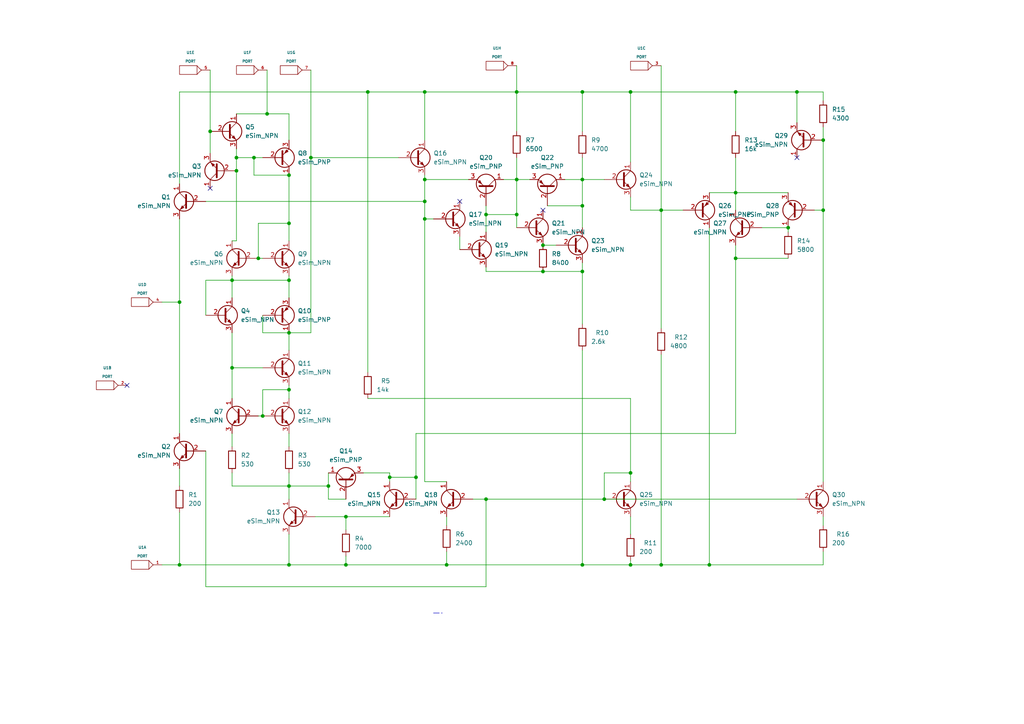
<source format=kicad_sch>
(kicad_sch (version 20211123) (generator eeschema)
  (paper "A4")
  (lib_symbols
    (symbol "eSim_Devices:eSim_NPN" (pin_names (offset 0) hide)
      (property "Reference" "Q" (at -2.54 1.27 0))
      (property "Value" "eSim_NPN" (at -1.27 3.81 0))
      (symbol "eSim_NPN_0_1"
        (polyline (pts (xy 0.635 0.635) (xy 2.54 2.54)))
        (polyline (pts (xy 0.635 -0.635) (xy 2.54 -2.54) (xy 2.54 -2.54)))
        (polyline (pts (xy 0.635 1.905) (xy 0.635 -1.905) (xy 0.635 -1.905)) (stroke (width 0.508)))
        (polyline (pts (xy 1.27 -1.778) (xy 1.778 -1.27) (xy 2.286 -2.286) (xy 1.27 -1.778) (xy 1.27 -1.778)) (fill (type outline)))
        (circle (center 1.27 0) (radius 2.8194) (stroke (width 0.254)))
      )
      (symbol "eSim_NPN_1_1"
        (pin passive line (at 2.54 5.08 270) (length 2.54) (name "C") (number "1"))
        (pin passive line (at -5.08 0 0) (length 5.715) (name "B") (number "2"))
        (pin passive line (at 2.54 -5.08 90) (length 2.54) (name "E") (number "3"))
      )
    )
    (symbol "eSim_Devices:eSim_PNP" (pin_names (offset 0) hide)
      (property "Reference" "Q" (at -2.54 1.27 0))
      (property "Value" "eSim_PNP" (at -1.27 3.81 0))
      (symbol "eSim_PNP_0_1"
        (polyline (pts (xy 0.635 0.635) (xy 2.54 2.54)))
        (polyline (pts (xy 0.635 -0.635) (xy 2.54 -2.54) (xy 2.54 -2.54)))
        (polyline (pts (xy 0.635 1.905) (xy 0.635 -1.905) (xy 0.635 -1.905)) (stroke (width 0.508)))
        (polyline (pts (xy 2.286 -1.778) (xy 1.778 -2.286) (xy 1.27 -1.27) (xy 2.286 -1.778) (xy 2.286 -1.778)) (fill (type outline)))
        (circle (center 1.27 0) (radius 2.8194) (stroke (width 0.254)))
      )
      (symbol "eSim_PNP_1_1"
        (pin passive line (at 2.54 5.08 270) (length 2.54) (name "C") (number "1"))
        (pin passive line (at -5.08 0 0) (length 5.715) (name "B") (number "2"))
        (pin passive line (at 2.54 -5.08 90) (length 2.54) (name "E") (number "3"))
      )
    )
    (symbol "eSim_Devices:resistor" (pin_numbers hide) (pin_names (offset 0))
      (property "Reference" "R" (at 1.27 3.302 0))
      (property "Value" "resistor" (at 1.27 -1.27 0))
      (symbol "resistor_0_1"
        (rectangle (start 3.81 0.254) (end -1.27 2.286) (stroke (width 0.254)))
      )
      (symbol "resistor_1_1"
        (pin passive line (at -2.54 1.27 0) (length 1.27) (name "~") (number "1"))
        (pin passive line (at 5.08 1.27 180) (length 1.27) (name "~") (number "2"))
      )
    )
    (symbol "eSim_Miscellaneous:PORT" (pin_names (offset 1.016))
      (property "Reference" "U" (at 1.27 2.54 0))
      (property "Value" "PORT" (at 0 0 0))
      (symbol "PORT_0_1"
        (rectangle (start -2.54 1.27) (end 2.54 -1.27))
        (arc (start 2.54 1.27) (mid 3.1355 0.5955) (end 3.81 0))
        (arc (start 3.81 0) (mid 3.1447 -0.6046) (end 2.54 -1.27))
      )
      (symbol "PORT_1_1"
        (pin bidirectional line (at 6.35 0 180) (length 2.54) (name "~") (number "1"))
      )
      (symbol "PORT_2_1"
        (pin bidirectional line (at 6.35 0 180) (length 2.54) (name "~") (number "2"))
      )
      (symbol "PORT_3_1"
        (pin bidirectional line (at 6.35 0 180) (length 2.54) (name "~") (number "3"))
      )
      (symbol "PORT_4_1"
        (pin bidirectional line (at 6.35 0 180) (length 2.54) (name "~") (number "4"))
      )
      (symbol "PORT_5_1"
        (pin bidirectional line (at 6.35 0 180) (length 2.54) (name "~") (number "5"))
      )
      (symbol "PORT_6_1"
        (pin bidirectional line (at 6.35 0 180) (length 2.54) (name "~") (number "6"))
      )
      (symbol "PORT_7_1"
        (pin bidirectional line (at 6.35 0 180) (length 2.54) (name "~") (number "7"))
      )
      (symbol "PORT_8_1"
        (pin bidirectional line (at 6.35 0 180) (length 2.54) (name "~") (number "8"))
      )
      (symbol "PORT_9_1"
        (pin bidirectional line (at 6.35 0 180) (length 2.54) (name "~") (number "9"))
      )
      (symbol "PORT_10_1"
        (pin bidirectional line (at 6.35 0 180) (length 2.54) (name "~") (number "10"))
      )
      (symbol "PORT_11_1"
        (pin bidirectional line (at 6.35 0 180) (length 2.54) (name "~") (number "11"))
      )
      (symbol "PORT_12_1"
        (pin bidirectional line (at 6.35 0 180) (length 2.54) (name "~") (number "12"))
      )
      (symbol "PORT_13_1"
        (pin bidirectional line (at 6.35 0 180) (length 2.54) (name "~") (number "13"))
      )
      (symbol "PORT_14_1"
        (pin bidirectional line (at 6.35 0 180) (length 2.54) (name "~") (number "14"))
      )
      (symbol "PORT_15_1"
        (pin bidirectional line (at 6.35 0 180) (length 2.54) (name "~") (number "15"))
      )
      (symbol "PORT_16_1"
        (pin bidirectional line (at 6.35 0 180) (length 2.54) (name "~") (number "16"))
      )
      (symbol "PORT_17_1"
        (pin bidirectional line (at 6.35 0 180) (length 2.54) (name "~") (number "17"))
      )
      (symbol "PORT_18_1"
        (pin bidirectional line (at 6.35 0 180) (length 2.54) (name "~") (number "18"))
      )
      (symbol "PORT_19_1"
        (pin bidirectional line (at 6.35 0 180) (length 2.54) (name "~") (number "19"))
      )
      (symbol "PORT_20_1"
        (pin bidirectional line (at 6.35 0 180) (length 2.54) (name "~") (number "20"))
      )
      (symbol "PORT_21_1"
        (pin bidirectional line (at 6.35 0 180) (length 2.54) (name "~") (number "21"))
      )
      (symbol "PORT_22_1"
        (pin bidirectional line (at 6.35 0 180) (length 2.54) (name "~") (number "22"))
      )
      (symbol "PORT_23_1"
        (pin bidirectional line (at 6.35 0 180) (length 2.54) (name "~") (number "23"))
      )
      (symbol "PORT_24_1"
        (pin bidirectional line (at 6.35 0 180) (length 2.54) (name "~") (number "24"))
      )
      (symbol "PORT_25_1"
        (pin bidirectional line (at 6.35 0 180) (length 2.54) (name "~") (number "25"))
      )
      (symbol "PORT_26_1"
        (pin bidirectional line (at 6.35 0 180) (length 2.54) (name "~") (number "26"))
      )
    )
  )
  (junction (at 123.19 58.42))
  (junction (at 191.77 60.96))
  (junction (at 77.47 33.02))
  (junction (at 106.68 26.67))
  (junction (at 90.17 45.72))
  (junction (at 149.86 52.07))
  (junction (at 123.19 26.67))
  (junction (at 157.48 78.74))
  (junction (at 228.6 66.04))
  (junction (at 83.82 140.97))
  (junction (at 238.76 60.96))
  (junction (at 140.97 144.78))
  (junction (at 149.86 26.67))
  (junction (at 74.93 74.93))
  (junction (at 140.97 62.23))
  (junction (at 175.26 144.78))
  (junction (at 182.88 137.16))
  (junction (at 83.82 96.52))
  (junction (at 157.48 71.12))
  (junction (at 95.25 140.97))
  (junction (at 168.91 59.69))
  (junction (at 100.33 163.83))
  (junction (at 83.82 50.8))
  (junction (at 205.74 163.83))
  (junction (at 100.33 149.86))
  (junction (at 83.82 81.28))
  (junction (at 83.82 113.03))
  (junction (at 83.82 64.77))
  (junction (at 76.2 120.65))
  (junction (at 182.88 26.67))
  (junction (at 67.31 106.68))
  (junction (at 182.88 163.83))
  (junction (at 168.91 26.67))
  (junction (at 168.91 163.83))
  (junction (at 168.91 78.74))
  (junction (at 231.14 26.67))
  (junction (at 149.86 62.23))
  (junction (at 60.96 38.1))
  (junction (at 123.19 63.5))
  (junction (at 191.77 163.83))
  (junction (at 68.58 45.72))
  (junction (at 83.82 163.83))
  (junction (at 168.91 52.07))
  (junction (at 213.36 55.88))
  (junction (at 52.07 163.83))
  (junction (at 123.19 52.07))
  (junction (at 113.03 138.43))
  (junction (at 238.76 40.64))
  (junction (at 213.36 26.67))
  (junction (at 73.66 45.72))
  (junction (at 68.58 49.53))
  (junction (at 67.31 81.28))
  (junction (at 129.54 163.83))
  (junction (at 213.36 74.93))
  (junction (at 52.07 87.63))
  (junction (at 120.65 138.43))
  (no_connect (at 60.96 54.61))
  (no_connect (at 133.35 58.42))
  (no_connect (at 36.83 111.76))
  (no_connect (at 157.48 60.96))
  (no_connect (at 231.14 45.72))
  (wire (pts (xy 175.26 137.16) (xy 175.26 144.78)))
  (wire (pts (xy 149.86 52.07) (xy 153.67 52.07)))
  (wire (pts (xy 149.86 62.23) (xy 149.86 66.04)))
  (wire (pts (xy 149.86 62.23) (xy 140.97 62.23)))
  (wire (pts (xy 140.97 62.23) (xy 140.97 67.31)))
  (wire (pts (xy 182.88 46.99) (xy 182.88 26.67)))
  (wire (pts (xy 168.91 26.67) (xy 149.86 26.67)))
  (wire (pts (xy 59.69 91.44) (xy 59.69 81.28)))
  (wire (pts (xy 231.14 35.56) (xy 231.14 26.67)))
  (wire (pts (xy 83.82 111.76) (xy 83.82 113.03)))
  (wire (pts (xy 149.86 38.1) (xy 149.86 26.67)))
  (wire (pts (xy 213.36 125.73) (xy 213.36 74.93)))
  (wire (pts (xy 140.97 144.78) (xy 175.26 144.78)))
  (wire (pts (xy 60.96 38.1) (xy 60.96 44.45)))
  (wire (pts (xy 46.99 163.83) (xy 52.07 163.83)))
  (wire (pts (xy 67.31 106.68) (xy 76.2 106.68)))
  (wire (pts (xy 213.36 55.88) (xy 213.36 60.96)))
  (wire (pts (xy 105.41 137.16) (xy 113.03 137.16)))
  (wire (pts (xy 100.33 144.78) (xy 95.25 144.78)))
  (wire (pts (xy 67.31 137.16) (xy 67.31 140.97)))
  (wire (pts (xy 191.77 102.87) (xy 191.77 163.83)))
  (wire (pts (xy 83.82 50.8) (xy 83.82 64.77)))
  (wire (pts (xy 182.88 163.83) (xy 168.91 163.83)))
  (wire (pts (xy 74.93 64.77) (xy 74.93 74.93)))
  (wire (pts (xy 168.91 76.2) (xy 168.91 78.74)))
  (wire (pts (xy 52.07 135.89) (xy 52.07 140.97)))
  (wire (pts (xy 129.54 163.83) (xy 100.33 163.83)))
  (wire (pts (xy 52.07 26.67) (xy 52.07 53.34)))
  (wire (pts (xy 83.82 81.28) (xy 83.82 80.01)))
  (wire (pts (xy 238.76 26.67) (xy 238.76 29.21)))
  (wire (pts (xy 76.2 120.65) (xy 76.2 113.03)))
  (wire (pts (xy 52.07 87.63) (xy 52.07 125.73)))
  (wire (pts (xy 83.82 81.28) (xy 83.82 86.36)))
  (wire (pts (xy 213.36 26.67) (xy 231.14 26.67)))
  (wire (pts (xy 52.07 26.67) (xy 106.68 26.67)))
  (wire (pts (xy 168.91 45.72) (xy 168.91 52.07)))
  (wire (pts (xy 140.97 144.78) (xy 137.16 144.78)))
  (wire (pts (xy 68.58 33.02) (xy 77.47 33.02)))
  (wire (pts (xy 129.54 160.02) (xy 129.54 163.83)))
  (wire (pts (xy 83.82 64.77) (xy 74.93 64.77)))
  (wire (pts (xy 140.97 170.18) (xy 140.97 144.78)))
  (wire (pts (xy 83.82 154.94) (xy 83.82 163.83)))
  (wire (pts (xy 120.65 125.73) (xy 213.36 125.73)))
  (wire (pts (xy 140.97 78.74) (xy 157.48 78.74)))
  (wire (pts (xy 106.68 26.67) (xy 123.19 26.67)))
  (wire (pts (xy 123.19 63.5) (xy 125.73 63.5)))
  (wire (pts (xy 238.76 40.64) (xy 238.76 60.96)))
  (wire (pts (xy 52.07 148.59) (xy 52.07 163.83)))
  (wire (pts (xy 213.36 45.72) (xy 213.36 55.88)))
  (wire (pts (xy 83.82 50.8) (xy 73.66 50.8)))
  (wire (pts (xy 95.25 144.78) (xy 95.25 140.97)))
  (wire (pts (xy 157.48 71.12) (xy 161.29 71.12)))
  (wire (pts (xy 52.07 163.83) (xy 83.82 163.83)))
  (wire (pts (xy 83.82 64.77) (xy 83.82 69.85)))
  (wire (pts (xy 175.26 144.78) (xy 231.14 144.78)))
  (wire (pts (xy 68.58 49.53) (xy 68.58 69.85)))
  (wire (pts (xy 133.35 68.58) (xy 133.35 72.39)))
  (wire (pts (xy 67.31 81.28) (xy 83.82 81.28)))
  (wire (pts (xy 168.91 78.74) (xy 157.48 78.74)))
  (wire (pts (xy 67.31 140.97) (xy 83.82 140.97)))
  (wire (pts (xy 140.97 59.69) (xy 140.97 62.23)))
  (wire (pts (xy 83.82 33.02) (xy 83.82 40.64)))
  (wire (pts (xy 168.91 52.07) (xy 175.26 52.07)))
  (wire (pts (xy 191.77 163.83) (xy 182.88 163.83)))
  (wire (pts (xy 76.2 113.03) (xy 83.82 113.03)))
  (wire (pts (xy 140.97 77.47) (xy 140.97 78.74)))
  (wire (pts (xy 168.91 101.6) (xy 168.91 163.83)))
  (wire (pts (xy 149.86 52.07) (xy 149.86 62.23)))
  (wire (pts (xy 191.77 60.96) (xy 198.12 60.96)))
  (wire (pts (xy 77.47 33.02) (xy 83.82 33.02)))
  (wire (pts (xy 123.19 50.8) (xy 123.19 52.07)))
  (wire (pts (xy 67.31 81.28) (xy 67.31 86.36)))
  (wire (pts (xy 77.47 20.32) (xy 77.47 33.02)))
  (wire (pts (xy 129.54 149.86) (xy 129.54 152.4)))
  (wire (pts (xy 113.03 138.43) (xy 113.03 139.7)))
  (wire (pts (xy 123.19 58.42) (xy 123.19 63.5)))
  (wire (pts (xy 182.88 137.16) (xy 182.88 139.7)))
  (wire (pts (xy 123.19 63.5) (xy 123.19 139.7)))
  (wire (pts (xy 168.91 163.83) (xy 129.54 163.83)))
  (wire (pts (xy 191.77 19.05) (xy 191.77 60.96)))
  (wire (pts (xy 113.03 137.16) (xy 113.03 138.43)))
  (wire (pts (xy 238.76 36.83) (xy 238.76 40.64)))
  (wire (pts (xy 213.36 71.12) (xy 213.36 74.93)))
  (wire (pts (xy 168.91 52.07) (xy 163.83 52.07)))
  (wire (pts (xy 182.88 60.96) (xy 191.77 60.96)))
  (wire (pts (xy 100.33 161.29) (xy 100.33 163.83)))
  (wire (pts (xy 120.65 125.73) (xy 120.65 138.43)))
  (wire (pts (xy 231.14 26.67) (xy 238.76 26.67)))
  (wire (pts (xy 123.19 52.07) (xy 135.89 52.07)))
  (wire (pts (xy 83.82 96.52) (xy 90.17 96.52)))
  (wire (pts (xy 168.91 78.74) (xy 168.91 93.98)))
  (wire (pts (xy 100.33 149.86) (xy 113.03 149.86)))
  (wire (pts (xy 59.69 170.18) (xy 140.97 170.18)))
  (wire (pts (xy 238.76 60.96) (xy 238.76 139.7)))
  (wire (pts (xy 59.69 130.81) (xy 59.69 170.18)))
  (wire (pts (xy 83.82 113.03) (xy 83.82 115.57)))
  (wire (pts (xy 59.69 81.28) (xy 67.31 81.28)))
  (wire (pts (xy 106.68 115.57) (xy 182.88 115.57)))
  (wire (pts (xy 67.31 80.01) (xy 67.31 81.28)))
  (wire (pts (xy 73.66 50.8) (xy 73.66 45.72)))
  (wire (pts (xy 95.25 137.16) (xy 95.25 140.97)))
  (wire (pts (xy 182.88 149.86) (xy 182.88 154.94)))
  (wire (pts (xy 91.44 149.86) (xy 100.33 149.86)))
  (wire (pts (xy 68.58 45.72) (xy 73.66 45.72)))
  (wire (pts (xy 182.88 137.16) (xy 182.88 115.57)))
  (wire (pts (xy 238.76 160.02) (xy 238.76 163.83)))
  (wire (pts (xy 123.19 26.67) (xy 123.19 40.64)))
  (wire (pts (xy 67.31 106.68) (xy 67.31 115.57)))
  (wire (pts (xy 168.91 59.69) (xy 168.91 52.07)))
  (wire (pts (xy 74.93 120.65) (xy 76.2 120.65)))
  (wire (pts (xy 100.33 163.83) (xy 83.82 163.83)))
  (wire (pts (xy 67.31 125.73) (xy 67.31 129.54)))
  (wire (pts (xy 90.17 45.72) (xy 115.57 45.72)))
  (wire (pts (xy 100.33 153.67) (xy 100.33 149.86)))
  (wire (pts (xy 68.58 45.72) (xy 68.58 49.53)))
  (wire (pts (xy 168.91 59.69) (xy 168.91 66.04)))
  (wire (pts (xy 149.86 26.67) (xy 123.19 26.67)))
  (wire (pts (xy 90.17 45.72) (xy 90.17 96.52)))
  (wire (pts (xy 236.22 60.96) (xy 238.76 60.96)))
  (wire (pts (xy 68.58 69.85) (xy 67.31 69.85)))
  (wire (pts (xy 68.58 43.18) (xy 68.58 45.72)))
  (wire (pts (xy 205.74 55.88) (xy 213.36 55.88)))
  (wire (pts (xy 83.82 140.97) (xy 83.82 144.78)))
  (wire (pts (xy 149.86 19.05) (xy 149.86 26.67)))
  (wire (pts (xy 213.36 26.67) (xy 182.88 26.67)))
  (polyline (pts (xy 125.73 177.8) (xy 128.27 177.8)))
  (wire (pts (xy 59.69 58.42) (xy 123.19 58.42)))
  (wire (pts (xy 182.88 162.56) (xy 182.88 163.83)))
  (wire (pts (xy 73.66 45.72) (xy 76.2 45.72)))
  (wire (pts (xy 76.2 96.52) (xy 76.2 91.44)))
  (wire (pts (xy 83.82 96.52) (xy 83.82 101.6)))
  (wire (pts (xy 220.98 66.04) (xy 228.6 66.04)))
  (wire (pts (xy 60.96 20.32) (xy 60.96 38.1)))
  (wire (pts (xy 83.82 140.97) (xy 95.25 140.97)))
  (wire (pts (xy 83.82 96.52) (xy 76.2 96.52)))
  (wire (pts (xy 74.93 74.93) (xy 76.2 74.93)))
  (wire (pts (xy 120.65 144.78) (xy 120.65 138.43)))
  (wire (pts (xy 129.54 139.7) (xy 123.19 139.7)))
  (wire (pts (xy 182.88 57.15) (xy 182.88 60.96)))
  (wire (pts (xy 182.88 26.67) (xy 168.91 26.67)))
  (wire (pts (xy 168.91 38.1) (xy 168.91 26.67)))
  (wire (pts (xy 46.99 87.63) (xy 52.07 87.63)))
  (wire (pts (xy 228.6 66.04) (xy 228.6 67.31)))
  (wire (pts (xy 106.68 26.67) (xy 106.68 107.95)))
  (wire (pts (xy 120.65 138.43) (xy 113.03 138.43)))
  (wire (pts (xy 205.74 163.83) (xy 238.76 163.83)))
  (wire (pts (xy 146.05 52.07) (xy 149.86 52.07)))
  (wire (pts (xy 213.36 74.93) (xy 228.6 74.93)))
  (wire (pts (xy 83.82 125.73) (xy 83.82 129.54)))
  (wire (pts (xy 83.82 140.97) (xy 83.82 137.16)))
  (wire (pts (xy 158.75 59.69) (xy 168.91 59.69)))
  (wire (pts (xy 191.77 60.96) (xy 191.77 95.25)))
  (wire (pts (xy 90.17 20.32) (xy 90.17 45.72)))
  (wire (pts (xy 213.36 38.1) (xy 213.36 26.67)))
  (wire (pts (xy 213.36 55.88) (xy 228.6 55.88)))
  (wire (pts (xy 52.07 63.5) (xy 52.07 87.63)))
  (wire (pts (xy 67.31 96.52) (xy 67.31 106.68)))
  (wire (pts (xy 205.74 163.83) (xy 191.77 163.83)))
  (wire (pts (xy 149.86 45.72) (xy 149.86 52.07)))
  (wire (pts (xy 238.76 149.86) (xy 238.76 152.4)))
  (wire (pts (xy 123.19 52.07) (xy 123.19 58.42)))
  (wire (pts (xy 205.74 66.04) (xy 205.74 163.83)))
  (wire (pts (xy 175.26 137.16) (xy 182.88 137.16)))
  (symbol (lib_id "eSim_Devices:resistor") (at 85.09 134.62 90) (unit 1)
    (property "Reference" "R3" (at 86.36 132.0799 90) (effects (justify right)))
    (property "Value" "530" (at 86.36 134.6199 90) (effects (justify right)))
  )
  (symbol (lib_id "eSim_Devices:eSim_NPN") (at 166.37 71.12 0) (unit 1)
    (property "Reference" "Q23" (at 171.45 69.8499 0) (effects (justify left)))
    (property "Value" "eSim_NPN" (at 171.45 72.3899 0) (effects (justify left)))
  )
  (symbol (lib_id "eSim_Devices:eSim_NPN") (at 54.61 58.42 0) (mirror y) (unit 1)
    (property "Reference" "Q1" (at 49.53 57.1499 0) (effects (justify left)))
    (property "Value" "eSim_NPN" (at 49.53 59.6899 0) (effects (justify left)))
  )
  (symbol (lib_id "eSim_Devices:eSim_NPN") (at 64.77 91.44 0) (unit 1)
    (property "Reference" "Q4" (at 69.85 90.1699 0) (effects (justify left)))
    (property "Value" "eSim_NPN" (at 69.85 92.7099 0) (effects (justify left)))
  )
  (symbol (lib_id "eSim_Miscellaneous:PORT") (at 40.64 87.63 0) (unit 4)
    (property "Reference" "U1" (at 41.275 82.55 0) (effects (font (size 0.762 0.762))))
    (property "Value" "PORT" (at 41.275 85.09 0) (effects (font (size 0.762 0.762))))
  )
  (symbol (lib_id "eSim_Devices:eSim_NPN") (at 180.34 52.07 0) (unit 1)
    (property "Reference" "Q24" (at 185.42 50.7999 0) (effects (justify left)))
    (property "Value" "eSim_NPN" (at 185.42 53.3399 0) (effects (justify left)))
  )
  (symbol (lib_id "eSim_Miscellaneous:PORT") (at 54.61 20.32 0) (unit 5)
    (property "Reference" "U1" (at 55.245 15.24 0) (effects (font (size 0.762 0.762))))
    (property "Value" "PORT" (at 55.245 17.78 0) (effects (font (size 0.762 0.762))))
  )
  (symbol (lib_id "eSim_Devices:eSim_NPN") (at 81.28 74.93 0) (unit 1)
    (property "Reference" "Q9" (at 86.36 73.6599 0) (effects (justify left)))
    (property "Value" "eSim_NPN" (at 86.36 76.1999 0) (effects (justify left)))
  )
  (symbol (lib_id "eSim_Devices:resistor") (at 53.34 146.05 90) (unit 1)
    (property "Reference" "R1" (at 54.61 143.5099 90) (effects (justify right)))
    (property "Value" "200" (at 54.61 146.0499 90) (effects (justify right)))
  )
  (symbol (lib_id "eSim_Devices:eSim_NPN") (at 233.68 40.64 180) (unit 1)
    (property "Reference" "Q29" (at 228.6 39.3699 0) (effects (justify left)))
    (property "Value" "eSim_NPN" (at 228.6 41.9099 0) (effects (justify left)))
  )
  (symbol (lib_id "eSim_Devices:eSim_NPN") (at 69.85 74.93 0) (mirror y) (unit 1)
    (property "Reference" "Q6" (at 64.77 73.6599 0) (effects (justify left)))
    (property "Value" "eSim_NPN" (at 64.77 76.1999 0) (effects (justify left)))
  )
  (symbol (lib_id "eSim_Devices:eSim_PNP") (at 81.28 45.72 0) (mirror x) (unit 1)
    (property "Reference" "Q8" (at 86.36 44.4499 0) (effects (justify left)))
    (property "Value" "eSim_PNP" (at 86.36 46.9899 0) (effects (justify left)))
  )
  (symbol (lib_id "eSim_Devices:resistor") (at 101.6 158.75 90) (unit 1)
    (property "Reference" "R4" (at 102.87 156.2099 90) (effects (justify right)))
    (property "Value" "7000" (at 102.87 158.7499 90) (effects (justify right)))
  )
  (symbol (lib_id "eSim_Devices:resistor") (at 130.81 157.48 90) (unit 1)
    (property "Reference" "R6" (at 132.08 154.9399 90) (effects (justify right)))
    (property "Value" "2400" (at 132.08 157.4799 90) (effects (justify right)))
  )
  (symbol (lib_id "eSim_Devices:resistor") (at 229.87 72.39 90) (unit 1)
    (property "Reference" "R14" (at 231.14 69.8499 90) (effects (justify right)))
    (property "Value" "5800" (at 231.14 72.3899 90) (effects (justify right)))
  )
  (symbol (lib_id "eSim_Devices:eSim_NPN") (at 86.36 149.86 0) (mirror y) (unit 1)
    (property "Reference" "Q13" (at 81.28 148.5899 0) (effects (justify left)))
    (property "Value" "eSim_NPN" (at 81.28 151.1299 0) (effects (justify left)))
  )
  (symbol (lib_id "eSim_Devices:resistor") (at 151.13 43.18 90) (unit 1)
    (property "Reference" "R7" (at 152.4 40.6399 90) (effects (justify right)))
    (property "Value" "6500" (at 152.4 43.1799 90) (effects (justify right)))
  )
  (symbol (lib_id "eSim_Devices:resistor") (at 184.15 160.02 90) (unit 1)
    (property "Reference" "R11" (at 186.69 157.48 90) (effects (justify right)))
    (property "Value" "200" (at 185.42 160.0199 90) (effects (justify right)))
  )
  (symbol (lib_id "eSim_Miscellaneous:PORT") (at 143.51 19.05 0) (unit 8)
    (property "Reference" "U1" (at 144.145 13.97 0) (effects (font (size 0.762 0.762))))
    (property "Value" "PORT" (at 144.145 16.51 0) (effects (font (size 0.762 0.762))))
  )
  (symbol (lib_id "eSim_Miscellaneous:PORT") (at 40.64 163.83 0) (unit 1)
    (property "Reference" "U1" (at 41.275 158.75 0) (effects (font (size 0.762 0.762))))
    (property "Value" "PORT" (at 41.275 161.29 0) (effects (font (size 0.762 0.762))))
  )
  (symbol (lib_id "eSim_Devices:eSim_NPN") (at 81.28 120.65 0) (unit 1)
    (property "Reference" "Q12" (at 86.36 119.3799 0) (effects (justify left)))
    (property "Value" "eSim_NPN" (at 86.36 121.9199 0) (effects (justify left)))
  )
  (symbol (lib_id "eSim_Miscellaneous:PORT") (at 185.42 19.05 0) (unit 3)
    (property "Reference" "U1" (at 186.055 13.97 0) (effects (font (size 0.762 0.762))))
    (property "Value" "PORT" (at 186.055 16.51 0) (effects (font (size 0.762 0.762))))
  )
  (symbol (lib_id "eSim_Devices:eSim_NPN") (at 66.04 38.1 0) (unit 1)
    (property "Reference" "Q5" (at 71.12 36.8299 0) (effects (justify left)))
    (property "Value" "eSim_NPN" (at 71.12 39.3699 0) (effects (justify left)))
  )
  (symbol (lib_id "eSim_Miscellaneous:PORT") (at 30.48 111.76 0) (unit 2)
    (property "Reference" "U1" (at 31.115 106.68 0) (effects (font (size 0.762 0.762))))
    (property "Value" "PORT" (at 31.115 109.22 0) (effects (font (size 0.762 0.762))))
  )
  (symbol (lib_id "eSim_Devices:eSim_NPN") (at 63.5 49.53 180) (unit 1)
    (property "Reference" "Q3" (at 58.42 48.2599 0) (effects (justify left)))
    (property "Value" "eSim_NPN" (at 58.42 50.7999 0) (effects (justify left)))
  )
  (symbol (lib_id "eSim_Devices:eSim_NPN") (at 154.94 66.04 0) (unit 1)
    (property "Reference" "Q21" (at 160.02 64.7699 0) (effects (justify left)))
    (property "Value" "eSim_NPN" (at 160.02 67.3099 0) (effects (justify left)))
  )
  (symbol (lib_id "eSim_Devices:eSim_NPN") (at 115.57 144.78 0) (mirror y) (unit 1)
    (property "Reference" "Q15" (at 110.49 143.5099 0) (effects (justify left)))
    (property "Value" "eSim_NPN" (at 110.49 146.0499 0) (effects (justify left)))
  )
  (symbol (lib_id "eSim_Devices:eSim_NPN") (at 215.9 66.04 0) (mirror y) (unit 1)
    (property "Reference" "Q27" (at 210.82 64.7699 0) (effects (justify left)))
    (property "Value" "eSim_NPN" (at 210.82 67.3099 0) (effects (justify left)))
  )
  (symbol (lib_id "eSim_Devices:eSim_PNP") (at 81.28 91.44 0) (mirror x) (unit 1)
    (property "Reference" "Q10" (at 86.36 90.1699 0) (effects (justify left)))
    (property "Value" "eSim_PNP" (at 86.36 92.7099 0) (effects (justify left)))
  )
  (symbol (lib_id "eSim_Devices:eSim_NPN") (at 138.43 72.39 0) (unit 1)
    (property "Reference" "Q19" (at 143.51 71.1199 0) (effects (justify left)))
    (property "Value" "eSim_NPN" (at 143.51 73.6599 0) (effects (justify left)))
  )
  (symbol (lib_id "eSim_Devices:eSim_NPN") (at 120.65 45.72 0) (unit 1)
    (property "Reference" "Q16" (at 125.73 44.4499 0) (effects (justify left)))
    (property "Value" "eSim_NPN" (at 125.73 46.9899 0) (effects (justify left)))
  )
  (symbol (lib_id "eSim_Devices:eSim_NPN") (at 69.85 120.65 0) (mirror y) (unit 1)
    (property "Reference" "Q7" (at 64.77 119.3799 0) (effects (justify left)))
    (property "Value" "eSim_NPN" (at 64.77 121.9199 0) (effects (justify left)))
  )
  (symbol (lib_id "eSim_Devices:eSim_PNP") (at 100.33 139.7 90) (unit 1)
    (property "Reference" "Q14" (at 100.33 130.81 90))
    (property "Value" "eSim_PNP" (at 100.33 133.35 90))
  )
  (symbol (lib_id "eSim_Devices:eSim_PNP") (at 158.75 54.61 270) (mirror x) (unit 1)
    (property "Reference" "Q22" (at 158.75 45.72 90))
    (property "Value" "eSim_PNP" (at 158.75 48.26 90))
  )
  (symbol (lib_id "eSim_Devices:resistor") (at 170.18 43.18 90) (unit 1)
    (property "Reference" "R9" (at 171.45 40.6399 90) (effects (justify right)))
    (property "Value" "4700" (at 171.45 43.1799 90) (effects (justify right)))
  )
  (symbol (lib_id "eSim_Devices:resistor") (at 68.58 134.62 90) (unit 1)
    (property "Reference" "R2" (at 69.85 132.0799 90) (effects (justify right)))
    (property "Value" "530" (at 69.85 134.6199 90) (effects (justify right)))
  )
  (symbol (lib_id "eSim_Devices:eSim_NPN") (at 132.08 144.78 0) (mirror y) (unit 1)
    (property "Reference" "Q18" (at 127 143.5099 0) (effects (justify left)))
    (property "Value" "eSim_NPN" (at 127 146.0499 0) (effects (justify left)))
  )
  (symbol (lib_id "eSim_Devices:eSim_PNP") (at 231.14 60.96 180) (unit 1)
    (property "Reference" "Q28" (at 226.06 59.6899 0) (effects (justify left)))
    (property "Value" "eSim_PNP" (at 226.06 62.2299 0) (effects (justify left)))
  )
  (symbol (lib_id "eSim_Devices:resistor") (at 240.03 34.29 90) (unit 1)
    (property "Reference" "R15" (at 241.3 31.7499 90) (effects (justify right)))
    (property "Value" "4300" (at 241.3 34.2899 90) (effects (justify right)))
  )
  (symbol (lib_id "eSim_Devices:eSim_NPN") (at 236.22 144.78 0) (unit 1)
    (property "Reference" "Q30" (at 241.3 143.5099 0) (effects (justify left)))
    (property "Value" "eSim_NPN" (at 241.3 146.0499 0) (effects (justify left)))
  )
  (symbol (lib_id "eSim_Devices:resistor") (at 214.63 43.18 90) (unit 1)
    (property "Reference" "R13" (at 215.9 40.6399 90) (effects (justify right)))
    (property "Value" "16k" (at 215.9 43.1799 90) (effects (justify right)))
  )
  (symbol (lib_id "eSim_Devices:resistor") (at 107.95 113.03 90) (unit 1)
    (property "Reference" "R5" (at 110.49 110.49 90) (effects (justify right)))
    (property "Value" "14k" (at 109.22 113.0299 90) (effects (justify right)))
  )
  (symbol (lib_id "eSim_Devices:eSim_NPN") (at 81.28 106.68 0) (unit 1)
    (property "Reference" "Q11" (at 86.36 105.4099 0) (effects (justify left)))
    (property "Value" "eSim_NPN" (at 86.36 107.9499 0) (effects (justify left)))
  )
  (symbol (lib_id "eSim_Devices:eSim_NPN") (at 130.81 63.5 0) (unit 1)
    (property "Reference" "Q17" (at 135.89 62.2299 0) (effects (justify left)))
    (property "Value" "eSim_NPN" (at 135.89 64.7699 0) (effects (justify left)))
  )
  (symbol (lib_id "eSim_Devices:eSim_PNP") (at 203.2 60.96 0) (mirror x) (unit 1)
    (property "Reference" "Q26" (at 208.28 59.6899 0) (effects (justify left)))
    (property "Value" "eSim_PNP" (at 208.28 62.2299 0) (effects (justify left)))
  )
  (symbol (lib_id "eSim_Devices:eSim_NPN") (at 180.34 144.78 0) (unit 1)
    (property "Reference" "Q25" (at 185.42 143.5099 0) (effects (justify left)))
    (property "Value" "eSim_NPN" (at 185.42 146.0499 0) (effects (justify left)))
  )
  (symbol (lib_id "eSim_Devices:resistor") (at 158.75 76.2 90) (unit 1)
    (property "Reference" "R8" (at 160.02 73.6599 90) (effects (justify right)))
    (property "Value" "8400" (at 160.02 76.1999 90) (effects (justify right)))
  )
  (symbol (lib_id "eSim_Miscellaneous:PORT") (at 83.82 20.32 0) (unit 7)
    (property "Reference" "U1" (at 84.455 15.24 0) (effects (font (size 0.762 0.762))))
    (property "Value" "PORT" (at 84.455 17.78 0) (effects (font (size 0.762 0.762))))
  )
  (symbol (lib_id "eSim_Devices:resistor") (at 193.04 100.33 90) (unit 1)
    (property "Reference" "R12" (at 195.58 97.79 90) (effects (justify right)))
    (property "Value" "4800" (at 194.31 100.3299 90) (effects (justify right)))
  )
  (symbol (lib_id "eSim_Devices:eSim_NPN") (at 54.61 130.81 0) (mirror y) (unit 1)
    (property "Reference" "Q2" (at 49.53 129.5399 0) (effects (justify left)))
    (property "Value" "eSim_NPN" (at 49.53 132.0799 0) (effects (justify left)))
  )
  (symbol (lib_id "eSim_Devices:resistor") (at 240.03 157.48 90) (unit 1)
    (property "Reference" "R16" (at 242.57 154.94 90) (effects (justify right)))
    (property "Value" "200" (at 241.3 157.4799 90) (effects (justify right)))
  )
  (symbol (lib_id "eSim_Devices:resistor") (at 170.18 99.06 90) (unit 1)
    (property "Reference" "R10" (at 172.72 96.52 90) (effects (justify right)))
    (property "Value" "2.6k" (at 171.45 99.0599 90) (effects (justify right)))
  )
  (symbol (lib_id "eSim_Devices:eSim_PNP") (at 140.97 54.61 270) (mirror x) (unit 1)
    (property "Reference" "Q20" (at 140.97 45.72 90))
    (property "Value" "eSim_PNP" (at 140.97 48.26 90))
  )
  (symbol (lib_id "eSim_Miscellaneous:PORT") (at 71.12 20.32 0) (unit 6)
    (property "Reference" "U1" (at 71.755 15.24 0) (effects (font (size 0.762 0.762))))
    (property "Value" "PORT" (at 71.755 17.78 0) (effects (font (size 0.762 0.762))))
  )
)
</source>
